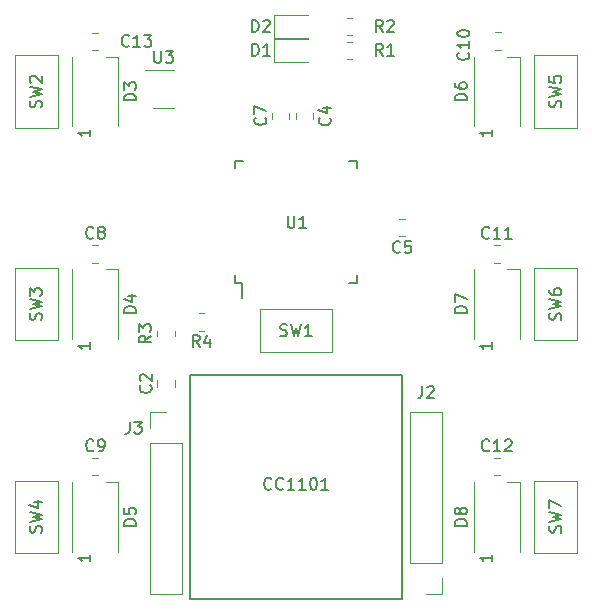
<source format=gbr>
%TF.GenerationSoftware,KiCad,Pcbnew,(5.1.9)-1*%
%TF.CreationDate,2021-04-07T03:10:53+02:00*%
%TF.ProjectId,HB-RC-6-PBU-LED,48422d52-432d-4362-9d50-42552d4c4544,rev?*%
%TF.SameCoordinates,Original*%
%TF.FileFunction,Legend,Top*%
%TF.FilePolarity,Positive*%
%FSLAX46Y46*%
G04 Gerber Fmt 4.6, Leading zero omitted, Abs format (unit mm)*
G04 Created by KiCad (PCBNEW (5.1.9)-1) date 2021-04-07 03:10:53*
%MOMM*%
%LPD*%
G01*
G04 APERTURE LIST*
%ADD10C,0.150000*%
%ADD11C,0.120000*%
G04 APERTURE END LIST*
D10*
%TO.C,U1*%
X189825000Y-73185000D02*
X190400000Y-73185000D01*
X189825000Y-62835000D02*
X190500000Y-62835000D01*
X200175000Y-62835000D02*
X199500000Y-62835000D01*
X200175000Y-73185000D02*
X199500000Y-73185000D01*
X189825000Y-73185000D02*
X189825000Y-72510000D01*
X200175000Y-73185000D02*
X200175000Y-72510000D01*
X200175000Y-62835000D02*
X200175000Y-63510000D01*
X189825000Y-62835000D02*
X189825000Y-63510000D01*
X190400000Y-73185000D02*
X190400000Y-74460000D01*
D11*
%TO.C,SW1*%
X198060000Y-79060000D02*
X191940000Y-79060000D01*
X191940000Y-79060000D02*
X191940000Y-75440000D01*
X191940000Y-75440000D02*
X198060000Y-75440000D01*
X198060000Y-75440000D02*
X198060000Y-79060000D01*
%TO.C,D2*%
X193165000Y-52460000D02*
X196025000Y-52460000D01*
X193165000Y-50540000D02*
X193165000Y-52460000D01*
X196025000Y-50540000D02*
X193165000Y-50540000D01*
%TO.C,D1*%
X193165000Y-54460000D02*
X196025000Y-54460000D01*
X193165000Y-52540000D02*
X193165000Y-54460000D01*
X196025000Y-52540000D02*
X193165000Y-52540000D01*
D10*
%TO.C,IC1*%
X204000000Y-82000000D02*
X204000000Y-100000000D01*
X204000000Y-100000000D02*
X186000000Y-100000000D01*
X186000000Y-100000000D02*
X186000000Y-81000000D01*
X186000000Y-81000000D02*
X204000000Y-81000000D01*
X204000000Y-81000000D02*
X204000000Y-82000000D01*
D11*
%TO.C,J2*%
X207330000Y-84150000D02*
X204670000Y-84150000D01*
X207330000Y-96910000D02*
X207330000Y-84150000D01*
X204670000Y-96910000D02*
X204670000Y-84150000D01*
X207330000Y-96910000D02*
X204670000Y-96910000D01*
X207330000Y-98180000D02*
X207330000Y-99510000D01*
X207330000Y-99510000D02*
X206000000Y-99510000D01*
%TO.C,J3*%
X182670000Y-84170000D02*
X184000000Y-84170000D01*
X182670000Y-85500000D02*
X182670000Y-84170000D01*
X182670000Y-86770000D02*
X185330000Y-86770000D01*
X185330000Y-86770000D02*
X185330000Y-99530000D01*
X182670000Y-86770000D02*
X182670000Y-99530000D01*
X182670000Y-99530000D02*
X185330000Y-99530000D01*
%TO.C,C13*%
X178261252Y-52015000D02*
X177738748Y-52015000D01*
X178261252Y-53485000D02*
X177738748Y-53485000D01*
%TO.C,C12*%
X212261252Y-88015000D02*
X211738748Y-88015000D01*
X212261252Y-89485000D02*
X211738748Y-89485000D01*
%TO.C,C11*%
X212261252Y-70015000D02*
X211738748Y-70015000D01*
X212261252Y-71485000D02*
X211738748Y-71485000D01*
%TO.C,C10*%
X212361252Y-51995000D02*
X211838748Y-51995000D01*
X212361252Y-53465000D02*
X211838748Y-53465000D01*
%TO.C,C9*%
X178261252Y-88015000D02*
X177738748Y-88015000D01*
X178261252Y-89485000D02*
X177738748Y-89485000D01*
%TO.C,C8*%
X178261252Y-70015000D02*
X177738748Y-70015000D01*
X178261252Y-71485000D02*
X177738748Y-71485000D01*
%TO.C,U3*%
X182850000Y-58360000D02*
X184650000Y-58360000D01*
X184650000Y-55140000D02*
X182200000Y-55140000D01*
%TO.C,SW7*%
X215190000Y-96060000D02*
X215190000Y-89940000D01*
X215190000Y-89940000D02*
X218810000Y-89940000D01*
X218810000Y-89940000D02*
X218810000Y-96060000D01*
X218810000Y-96060000D02*
X215190000Y-96060000D01*
%TO.C,SW6*%
X215190000Y-78060000D02*
X215190000Y-71940000D01*
X215190000Y-71940000D02*
X218810000Y-71940000D01*
X218810000Y-71940000D02*
X218810000Y-78060000D01*
X218810000Y-78060000D02*
X215190000Y-78060000D01*
%TO.C,SW5*%
X218810000Y-53940000D02*
X218810000Y-60060000D01*
X218810000Y-60060000D02*
X215190000Y-60060000D01*
X215190000Y-60060000D02*
X215190000Y-53940000D01*
X215190000Y-53940000D02*
X218810000Y-53940000D01*
%TO.C,SW4*%
X171190000Y-96060000D02*
X171190000Y-89940000D01*
X171190000Y-89940000D02*
X174810000Y-89940000D01*
X174810000Y-89940000D02*
X174810000Y-96060000D01*
X174810000Y-96060000D02*
X171190000Y-96060000D01*
%TO.C,SW3*%
X171190000Y-78060000D02*
X171190000Y-71940000D01*
X171190000Y-71940000D02*
X174810000Y-71940000D01*
X174810000Y-71940000D02*
X174810000Y-78060000D01*
X174810000Y-78060000D02*
X171190000Y-78060000D01*
%TO.C,SW2*%
X174810000Y-53940000D02*
X174810000Y-60060000D01*
X174810000Y-60060000D02*
X171190000Y-60060000D01*
X171190000Y-60060000D02*
X171190000Y-53940000D01*
X171190000Y-53940000D02*
X174810000Y-53940000D01*
%TO.C,R4*%
X186772936Y-75765000D02*
X187227064Y-75765000D01*
X186772936Y-77235000D02*
X187227064Y-77235000D01*
%TO.C,R3*%
X184735000Y-77272936D02*
X184735000Y-77727064D01*
X183265000Y-77272936D02*
X183265000Y-77727064D01*
%TO.C,R2*%
X199727064Y-52235000D02*
X199272936Y-52235000D01*
X199727064Y-50765000D02*
X199272936Y-50765000D01*
%TO.C,R1*%
X199727064Y-54235000D02*
X199272936Y-54235000D01*
X199727064Y-52765000D02*
X199272936Y-52765000D01*
%TO.C,D8*%
X210050000Y-95950000D02*
X210050000Y-90050000D01*
X213950000Y-95950000D02*
X213950000Y-90050000D01*
X213950000Y-90050000D02*
X212875000Y-90050000D01*
%TO.C,D5*%
X176050000Y-95950000D02*
X176050000Y-90050000D01*
X179950000Y-95950000D02*
X179950000Y-90050000D01*
X179950000Y-90050000D02*
X178875000Y-90050000D01*
%TO.C,D7*%
X210050000Y-77950000D02*
X210050000Y-72050000D01*
X213950000Y-77950000D02*
X213950000Y-72050000D01*
X213950000Y-72050000D02*
X212875000Y-72050000D01*
%TO.C,D4*%
X176050000Y-77950000D02*
X176050000Y-72050000D01*
X179950000Y-77950000D02*
X179950000Y-72050000D01*
X179950000Y-72050000D02*
X178875000Y-72050000D01*
%TO.C,D6*%
X210050000Y-59950000D02*
X210050000Y-54050000D01*
X213950000Y-59950000D02*
X213950000Y-54050000D01*
X213950000Y-54050000D02*
X212875000Y-54050000D01*
%TO.C,D3*%
X176050000Y-59950000D02*
X176050000Y-54050000D01*
X179950000Y-59950000D02*
X179950000Y-54050000D01*
X179950000Y-54050000D02*
X178875000Y-54050000D01*
%TO.C,C7*%
X192975000Y-59303752D02*
X192975000Y-58781248D01*
X194445000Y-59303752D02*
X194445000Y-58781248D01*
%TO.C,C5*%
X203701248Y-67765000D02*
X204223752Y-67765000D01*
X203701248Y-69235000D02*
X204223752Y-69235000D01*
%TO.C,C4*%
X195005000Y-59301252D02*
X195005000Y-58778748D01*
X196475000Y-59301252D02*
X196475000Y-58778748D01*
%TO.C,C2*%
X183265000Y-81973752D02*
X183265000Y-81451248D01*
X184735000Y-81973752D02*
X184735000Y-81451248D01*
%TO.C,U1*%
D10*
X194288095Y-67532380D02*
X194288095Y-68341904D01*
X194335714Y-68437142D01*
X194383333Y-68484761D01*
X194478571Y-68532380D01*
X194669047Y-68532380D01*
X194764285Y-68484761D01*
X194811904Y-68437142D01*
X194859523Y-68341904D01*
X194859523Y-67532380D01*
X195859523Y-68532380D02*
X195288095Y-68532380D01*
X195573809Y-68532380D02*
X195573809Y-67532380D01*
X195478571Y-67675238D01*
X195383333Y-67770476D01*
X195288095Y-67818095D01*
%TO.C,SW1*%
X193666666Y-77654761D02*
X193809523Y-77702380D01*
X194047619Y-77702380D01*
X194142857Y-77654761D01*
X194190476Y-77607142D01*
X194238095Y-77511904D01*
X194238095Y-77416666D01*
X194190476Y-77321428D01*
X194142857Y-77273809D01*
X194047619Y-77226190D01*
X193857142Y-77178571D01*
X193761904Y-77130952D01*
X193714285Y-77083333D01*
X193666666Y-76988095D01*
X193666666Y-76892857D01*
X193714285Y-76797619D01*
X193761904Y-76750000D01*
X193857142Y-76702380D01*
X194095238Y-76702380D01*
X194238095Y-76750000D01*
X194571428Y-76702380D02*
X194809523Y-77702380D01*
X195000000Y-76988095D01*
X195190476Y-77702380D01*
X195428571Y-76702380D01*
X196333333Y-77702380D02*
X195761904Y-77702380D01*
X196047619Y-77702380D02*
X196047619Y-76702380D01*
X195952380Y-76845238D01*
X195857142Y-76940476D01*
X195761904Y-76988095D01*
%TO.C,D2*%
X191261904Y-51952380D02*
X191261904Y-50952380D01*
X191500000Y-50952380D01*
X191642857Y-51000000D01*
X191738095Y-51095238D01*
X191785714Y-51190476D01*
X191833333Y-51380952D01*
X191833333Y-51523809D01*
X191785714Y-51714285D01*
X191738095Y-51809523D01*
X191642857Y-51904761D01*
X191500000Y-51952380D01*
X191261904Y-51952380D01*
X192214285Y-51047619D02*
X192261904Y-51000000D01*
X192357142Y-50952380D01*
X192595238Y-50952380D01*
X192690476Y-51000000D01*
X192738095Y-51047619D01*
X192785714Y-51142857D01*
X192785714Y-51238095D01*
X192738095Y-51380952D01*
X192166666Y-51952380D01*
X192785714Y-51952380D01*
%TO.C,D1*%
X191261904Y-53952380D02*
X191261904Y-52952380D01*
X191500000Y-52952380D01*
X191642857Y-53000000D01*
X191738095Y-53095238D01*
X191785714Y-53190476D01*
X191833333Y-53380952D01*
X191833333Y-53523809D01*
X191785714Y-53714285D01*
X191738095Y-53809523D01*
X191642857Y-53904761D01*
X191500000Y-53952380D01*
X191261904Y-53952380D01*
X192785714Y-53952380D02*
X192214285Y-53952380D01*
X192500000Y-53952380D02*
X192500000Y-52952380D01*
X192404761Y-53095238D01*
X192309523Y-53190476D01*
X192214285Y-53238095D01*
%TO.C,IC1*%
X192904761Y-90607142D02*
X192857142Y-90654761D01*
X192714285Y-90702380D01*
X192619047Y-90702380D01*
X192476190Y-90654761D01*
X192380952Y-90559523D01*
X192333333Y-90464285D01*
X192285714Y-90273809D01*
X192285714Y-90130952D01*
X192333333Y-89940476D01*
X192380952Y-89845238D01*
X192476190Y-89750000D01*
X192619047Y-89702380D01*
X192714285Y-89702380D01*
X192857142Y-89750000D01*
X192904761Y-89797619D01*
X193904761Y-90607142D02*
X193857142Y-90654761D01*
X193714285Y-90702380D01*
X193619047Y-90702380D01*
X193476190Y-90654761D01*
X193380952Y-90559523D01*
X193333333Y-90464285D01*
X193285714Y-90273809D01*
X193285714Y-90130952D01*
X193333333Y-89940476D01*
X193380952Y-89845238D01*
X193476190Y-89750000D01*
X193619047Y-89702380D01*
X193714285Y-89702380D01*
X193857142Y-89750000D01*
X193904761Y-89797619D01*
X194857142Y-90702380D02*
X194285714Y-90702380D01*
X194571428Y-90702380D02*
X194571428Y-89702380D01*
X194476190Y-89845238D01*
X194380952Y-89940476D01*
X194285714Y-89988095D01*
X195809523Y-90702380D02*
X195238095Y-90702380D01*
X195523809Y-90702380D02*
X195523809Y-89702380D01*
X195428571Y-89845238D01*
X195333333Y-89940476D01*
X195238095Y-89988095D01*
X196428571Y-89702380D02*
X196523809Y-89702380D01*
X196619047Y-89750000D01*
X196666666Y-89797619D01*
X196714285Y-89892857D01*
X196761904Y-90083333D01*
X196761904Y-90321428D01*
X196714285Y-90511904D01*
X196666666Y-90607142D01*
X196619047Y-90654761D01*
X196523809Y-90702380D01*
X196428571Y-90702380D01*
X196333333Y-90654761D01*
X196285714Y-90607142D01*
X196238095Y-90511904D01*
X196190476Y-90321428D01*
X196190476Y-90083333D01*
X196238095Y-89892857D01*
X196285714Y-89797619D01*
X196333333Y-89750000D01*
X196428571Y-89702380D01*
X197714285Y-90702380D02*
X197142857Y-90702380D01*
X197428571Y-90702380D02*
X197428571Y-89702380D01*
X197333333Y-89845238D01*
X197238095Y-89940476D01*
X197142857Y-89988095D01*
%TO.C,J2*%
X205666666Y-81952380D02*
X205666666Y-82666666D01*
X205619047Y-82809523D01*
X205523809Y-82904761D01*
X205380952Y-82952380D01*
X205285714Y-82952380D01*
X206095238Y-82047619D02*
X206142857Y-82000000D01*
X206238095Y-81952380D01*
X206476190Y-81952380D01*
X206571428Y-82000000D01*
X206619047Y-82047619D01*
X206666666Y-82142857D01*
X206666666Y-82238095D01*
X206619047Y-82380952D01*
X206047619Y-82952380D01*
X206666666Y-82952380D01*
%TO.C,J3*%
X180916666Y-84952380D02*
X180916666Y-85666666D01*
X180869047Y-85809523D01*
X180773809Y-85904761D01*
X180630952Y-85952380D01*
X180535714Y-85952380D01*
X181297619Y-84952380D02*
X181916666Y-84952380D01*
X181583333Y-85333333D01*
X181726190Y-85333333D01*
X181821428Y-85380952D01*
X181869047Y-85428571D01*
X181916666Y-85523809D01*
X181916666Y-85761904D01*
X181869047Y-85857142D01*
X181821428Y-85904761D01*
X181726190Y-85952380D01*
X181440476Y-85952380D01*
X181345238Y-85904761D01*
X181297619Y-85857142D01*
%TO.C,C13*%
X180857142Y-53107142D02*
X180809523Y-53154761D01*
X180666666Y-53202380D01*
X180571428Y-53202380D01*
X180428571Y-53154761D01*
X180333333Y-53059523D01*
X180285714Y-52964285D01*
X180238095Y-52773809D01*
X180238095Y-52630952D01*
X180285714Y-52440476D01*
X180333333Y-52345238D01*
X180428571Y-52250000D01*
X180571428Y-52202380D01*
X180666666Y-52202380D01*
X180809523Y-52250000D01*
X180857142Y-52297619D01*
X181809523Y-53202380D02*
X181238095Y-53202380D01*
X181523809Y-53202380D02*
X181523809Y-52202380D01*
X181428571Y-52345238D01*
X181333333Y-52440476D01*
X181238095Y-52488095D01*
X182142857Y-52202380D02*
X182761904Y-52202380D01*
X182428571Y-52583333D01*
X182571428Y-52583333D01*
X182666666Y-52630952D01*
X182714285Y-52678571D01*
X182761904Y-52773809D01*
X182761904Y-53011904D01*
X182714285Y-53107142D01*
X182666666Y-53154761D01*
X182571428Y-53202380D01*
X182285714Y-53202380D01*
X182190476Y-53154761D01*
X182142857Y-53107142D01*
%TO.C,C12*%
X211357142Y-87357142D02*
X211309523Y-87404761D01*
X211166666Y-87452380D01*
X211071428Y-87452380D01*
X210928571Y-87404761D01*
X210833333Y-87309523D01*
X210785714Y-87214285D01*
X210738095Y-87023809D01*
X210738095Y-86880952D01*
X210785714Y-86690476D01*
X210833333Y-86595238D01*
X210928571Y-86500000D01*
X211071428Y-86452380D01*
X211166666Y-86452380D01*
X211309523Y-86500000D01*
X211357142Y-86547619D01*
X212309523Y-87452380D02*
X211738095Y-87452380D01*
X212023809Y-87452380D02*
X212023809Y-86452380D01*
X211928571Y-86595238D01*
X211833333Y-86690476D01*
X211738095Y-86738095D01*
X212690476Y-86547619D02*
X212738095Y-86500000D01*
X212833333Y-86452380D01*
X213071428Y-86452380D01*
X213166666Y-86500000D01*
X213214285Y-86547619D01*
X213261904Y-86642857D01*
X213261904Y-86738095D01*
X213214285Y-86880952D01*
X212642857Y-87452380D01*
X213261904Y-87452380D01*
%TO.C,C11*%
X211357142Y-69357142D02*
X211309523Y-69404761D01*
X211166666Y-69452380D01*
X211071428Y-69452380D01*
X210928571Y-69404761D01*
X210833333Y-69309523D01*
X210785714Y-69214285D01*
X210738095Y-69023809D01*
X210738095Y-68880952D01*
X210785714Y-68690476D01*
X210833333Y-68595238D01*
X210928571Y-68500000D01*
X211071428Y-68452380D01*
X211166666Y-68452380D01*
X211309523Y-68500000D01*
X211357142Y-68547619D01*
X212309523Y-69452380D02*
X211738095Y-69452380D01*
X212023809Y-69452380D02*
X212023809Y-68452380D01*
X211928571Y-68595238D01*
X211833333Y-68690476D01*
X211738095Y-68738095D01*
X213261904Y-69452380D02*
X212690476Y-69452380D01*
X212976190Y-69452380D02*
X212976190Y-68452380D01*
X212880952Y-68595238D01*
X212785714Y-68690476D01*
X212690476Y-68738095D01*
%TO.C,C10*%
X209567142Y-53692857D02*
X209614761Y-53740476D01*
X209662380Y-53883333D01*
X209662380Y-53978571D01*
X209614761Y-54121428D01*
X209519523Y-54216666D01*
X209424285Y-54264285D01*
X209233809Y-54311904D01*
X209090952Y-54311904D01*
X208900476Y-54264285D01*
X208805238Y-54216666D01*
X208710000Y-54121428D01*
X208662380Y-53978571D01*
X208662380Y-53883333D01*
X208710000Y-53740476D01*
X208757619Y-53692857D01*
X209662380Y-52740476D02*
X209662380Y-53311904D01*
X209662380Y-53026190D02*
X208662380Y-53026190D01*
X208805238Y-53121428D01*
X208900476Y-53216666D01*
X208948095Y-53311904D01*
X208662380Y-52121428D02*
X208662380Y-52026190D01*
X208710000Y-51930952D01*
X208757619Y-51883333D01*
X208852857Y-51835714D01*
X209043333Y-51788095D01*
X209281428Y-51788095D01*
X209471904Y-51835714D01*
X209567142Y-51883333D01*
X209614761Y-51930952D01*
X209662380Y-52026190D01*
X209662380Y-52121428D01*
X209614761Y-52216666D01*
X209567142Y-52264285D01*
X209471904Y-52311904D01*
X209281428Y-52359523D01*
X209043333Y-52359523D01*
X208852857Y-52311904D01*
X208757619Y-52264285D01*
X208710000Y-52216666D01*
X208662380Y-52121428D01*
%TO.C,C9*%
X177833333Y-87357142D02*
X177785714Y-87404761D01*
X177642857Y-87452380D01*
X177547619Y-87452380D01*
X177404761Y-87404761D01*
X177309523Y-87309523D01*
X177261904Y-87214285D01*
X177214285Y-87023809D01*
X177214285Y-86880952D01*
X177261904Y-86690476D01*
X177309523Y-86595238D01*
X177404761Y-86500000D01*
X177547619Y-86452380D01*
X177642857Y-86452380D01*
X177785714Y-86500000D01*
X177833333Y-86547619D01*
X178309523Y-87452380D02*
X178500000Y-87452380D01*
X178595238Y-87404761D01*
X178642857Y-87357142D01*
X178738095Y-87214285D01*
X178785714Y-87023809D01*
X178785714Y-86642857D01*
X178738095Y-86547619D01*
X178690476Y-86500000D01*
X178595238Y-86452380D01*
X178404761Y-86452380D01*
X178309523Y-86500000D01*
X178261904Y-86547619D01*
X178214285Y-86642857D01*
X178214285Y-86880952D01*
X178261904Y-86976190D01*
X178309523Y-87023809D01*
X178404761Y-87071428D01*
X178595238Y-87071428D01*
X178690476Y-87023809D01*
X178738095Y-86976190D01*
X178785714Y-86880952D01*
%TO.C,C8*%
X177833333Y-69357142D02*
X177785714Y-69404761D01*
X177642857Y-69452380D01*
X177547619Y-69452380D01*
X177404761Y-69404761D01*
X177309523Y-69309523D01*
X177261904Y-69214285D01*
X177214285Y-69023809D01*
X177214285Y-68880952D01*
X177261904Y-68690476D01*
X177309523Y-68595238D01*
X177404761Y-68500000D01*
X177547619Y-68452380D01*
X177642857Y-68452380D01*
X177785714Y-68500000D01*
X177833333Y-68547619D01*
X178404761Y-68880952D02*
X178309523Y-68833333D01*
X178261904Y-68785714D01*
X178214285Y-68690476D01*
X178214285Y-68642857D01*
X178261904Y-68547619D01*
X178309523Y-68500000D01*
X178404761Y-68452380D01*
X178595238Y-68452380D01*
X178690476Y-68500000D01*
X178738095Y-68547619D01*
X178785714Y-68642857D01*
X178785714Y-68690476D01*
X178738095Y-68785714D01*
X178690476Y-68833333D01*
X178595238Y-68880952D01*
X178404761Y-68880952D01*
X178309523Y-68928571D01*
X178261904Y-68976190D01*
X178214285Y-69071428D01*
X178214285Y-69261904D01*
X178261904Y-69357142D01*
X178309523Y-69404761D01*
X178404761Y-69452380D01*
X178595238Y-69452380D01*
X178690476Y-69404761D01*
X178738095Y-69357142D01*
X178785714Y-69261904D01*
X178785714Y-69071428D01*
X178738095Y-68976190D01*
X178690476Y-68928571D01*
X178595238Y-68880952D01*
%TO.C,U3*%
X182998095Y-53562380D02*
X182998095Y-54371904D01*
X183045714Y-54467142D01*
X183093333Y-54514761D01*
X183188571Y-54562380D01*
X183379047Y-54562380D01*
X183474285Y-54514761D01*
X183521904Y-54467142D01*
X183569523Y-54371904D01*
X183569523Y-53562380D01*
X183950476Y-53562380D02*
X184569523Y-53562380D01*
X184236190Y-53943333D01*
X184379047Y-53943333D01*
X184474285Y-53990952D01*
X184521904Y-54038571D01*
X184569523Y-54133809D01*
X184569523Y-54371904D01*
X184521904Y-54467142D01*
X184474285Y-54514761D01*
X184379047Y-54562380D01*
X184093333Y-54562380D01*
X183998095Y-54514761D01*
X183950476Y-54467142D01*
%TO.C,SW7*%
X217404761Y-94333333D02*
X217452380Y-94190476D01*
X217452380Y-93952380D01*
X217404761Y-93857142D01*
X217357142Y-93809523D01*
X217261904Y-93761904D01*
X217166666Y-93761904D01*
X217071428Y-93809523D01*
X217023809Y-93857142D01*
X216976190Y-93952380D01*
X216928571Y-94142857D01*
X216880952Y-94238095D01*
X216833333Y-94285714D01*
X216738095Y-94333333D01*
X216642857Y-94333333D01*
X216547619Y-94285714D01*
X216500000Y-94238095D01*
X216452380Y-94142857D01*
X216452380Y-93904761D01*
X216500000Y-93761904D01*
X216452380Y-93428571D02*
X217452380Y-93190476D01*
X216738095Y-93000000D01*
X217452380Y-92809523D01*
X216452380Y-92571428D01*
X216452380Y-92285714D02*
X216452380Y-91619047D01*
X217452380Y-92047619D01*
%TO.C,SW6*%
X217404761Y-76333333D02*
X217452380Y-76190476D01*
X217452380Y-75952380D01*
X217404761Y-75857142D01*
X217357142Y-75809523D01*
X217261904Y-75761904D01*
X217166666Y-75761904D01*
X217071428Y-75809523D01*
X217023809Y-75857142D01*
X216976190Y-75952380D01*
X216928571Y-76142857D01*
X216880952Y-76238095D01*
X216833333Y-76285714D01*
X216738095Y-76333333D01*
X216642857Y-76333333D01*
X216547619Y-76285714D01*
X216500000Y-76238095D01*
X216452380Y-76142857D01*
X216452380Y-75904761D01*
X216500000Y-75761904D01*
X216452380Y-75428571D02*
X217452380Y-75190476D01*
X216738095Y-75000000D01*
X217452380Y-74809523D01*
X216452380Y-74571428D01*
X216452380Y-73761904D02*
X216452380Y-73952380D01*
X216500000Y-74047619D01*
X216547619Y-74095238D01*
X216690476Y-74190476D01*
X216880952Y-74238095D01*
X217261904Y-74238095D01*
X217357142Y-74190476D01*
X217404761Y-74142857D01*
X217452380Y-74047619D01*
X217452380Y-73857142D01*
X217404761Y-73761904D01*
X217357142Y-73714285D01*
X217261904Y-73666666D01*
X217023809Y-73666666D01*
X216928571Y-73714285D01*
X216880952Y-73761904D01*
X216833333Y-73857142D01*
X216833333Y-74047619D01*
X216880952Y-74142857D01*
X216928571Y-74190476D01*
X217023809Y-74238095D01*
%TO.C,SW5*%
X217404761Y-58333333D02*
X217452380Y-58190476D01*
X217452380Y-57952380D01*
X217404761Y-57857142D01*
X217357142Y-57809523D01*
X217261904Y-57761904D01*
X217166666Y-57761904D01*
X217071428Y-57809523D01*
X217023809Y-57857142D01*
X216976190Y-57952380D01*
X216928571Y-58142857D01*
X216880952Y-58238095D01*
X216833333Y-58285714D01*
X216738095Y-58333333D01*
X216642857Y-58333333D01*
X216547619Y-58285714D01*
X216500000Y-58238095D01*
X216452380Y-58142857D01*
X216452380Y-57904761D01*
X216500000Y-57761904D01*
X216452380Y-57428571D02*
X217452380Y-57190476D01*
X216738095Y-57000000D01*
X217452380Y-56809523D01*
X216452380Y-56571428D01*
X216452380Y-55714285D02*
X216452380Y-56190476D01*
X216928571Y-56238095D01*
X216880952Y-56190476D01*
X216833333Y-56095238D01*
X216833333Y-55857142D01*
X216880952Y-55761904D01*
X216928571Y-55714285D01*
X217023809Y-55666666D01*
X217261904Y-55666666D01*
X217357142Y-55714285D01*
X217404761Y-55761904D01*
X217452380Y-55857142D01*
X217452380Y-56095238D01*
X217404761Y-56190476D01*
X217357142Y-56238095D01*
%TO.C,SW4*%
X173404761Y-94333333D02*
X173452380Y-94190476D01*
X173452380Y-93952380D01*
X173404761Y-93857142D01*
X173357142Y-93809523D01*
X173261904Y-93761904D01*
X173166666Y-93761904D01*
X173071428Y-93809523D01*
X173023809Y-93857142D01*
X172976190Y-93952380D01*
X172928571Y-94142857D01*
X172880952Y-94238095D01*
X172833333Y-94285714D01*
X172738095Y-94333333D01*
X172642857Y-94333333D01*
X172547619Y-94285714D01*
X172500000Y-94238095D01*
X172452380Y-94142857D01*
X172452380Y-93904761D01*
X172500000Y-93761904D01*
X172452380Y-93428571D02*
X173452380Y-93190476D01*
X172738095Y-93000000D01*
X173452380Y-92809523D01*
X172452380Y-92571428D01*
X172785714Y-91761904D02*
X173452380Y-91761904D01*
X172404761Y-92000000D02*
X173119047Y-92238095D01*
X173119047Y-91619047D01*
%TO.C,SW3*%
X173404761Y-76333333D02*
X173452380Y-76190476D01*
X173452380Y-75952380D01*
X173404761Y-75857142D01*
X173357142Y-75809523D01*
X173261904Y-75761904D01*
X173166666Y-75761904D01*
X173071428Y-75809523D01*
X173023809Y-75857142D01*
X172976190Y-75952380D01*
X172928571Y-76142857D01*
X172880952Y-76238095D01*
X172833333Y-76285714D01*
X172738095Y-76333333D01*
X172642857Y-76333333D01*
X172547619Y-76285714D01*
X172500000Y-76238095D01*
X172452380Y-76142857D01*
X172452380Y-75904761D01*
X172500000Y-75761904D01*
X172452380Y-75428571D02*
X173452380Y-75190476D01*
X172738095Y-75000000D01*
X173452380Y-74809523D01*
X172452380Y-74571428D01*
X172452380Y-74285714D02*
X172452380Y-73666666D01*
X172833333Y-74000000D01*
X172833333Y-73857142D01*
X172880952Y-73761904D01*
X172928571Y-73714285D01*
X173023809Y-73666666D01*
X173261904Y-73666666D01*
X173357142Y-73714285D01*
X173404761Y-73761904D01*
X173452380Y-73857142D01*
X173452380Y-74142857D01*
X173404761Y-74238095D01*
X173357142Y-74285714D01*
%TO.C,SW2*%
X173404761Y-58333333D02*
X173452380Y-58190476D01*
X173452380Y-57952380D01*
X173404761Y-57857142D01*
X173357142Y-57809523D01*
X173261904Y-57761904D01*
X173166666Y-57761904D01*
X173071428Y-57809523D01*
X173023809Y-57857142D01*
X172976190Y-57952380D01*
X172928571Y-58142857D01*
X172880952Y-58238095D01*
X172833333Y-58285714D01*
X172738095Y-58333333D01*
X172642857Y-58333333D01*
X172547619Y-58285714D01*
X172500000Y-58238095D01*
X172452380Y-58142857D01*
X172452380Y-57904761D01*
X172500000Y-57761904D01*
X172452380Y-57428571D02*
X173452380Y-57190476D01*
X172738095Y-57000000D01*
X173452380Y-56809523D01*
X172452380Y-56571428D01*
X172547619Y-56238095D02*
X172500000Y-56190476D01*
X172452380Y-56095238D01*
X172452380Y-55857142D01*
X172500000Y-55761904D01*
X172547619Y-55714285D01*
X172642857Y-55666666D01*
X172738095Y-55666666D01*
X172880952Y-55714285D01*
X173452380Y-56285714D01*
X173452380Y-55666666D01*
%TO.C,R4*%
X186833333Y-78621152D02*
X186500000Y-78144962D01*
X186261904Y-78621152D02*
X186261904Y-77621152D01*
X186642857Y-77621152D01*
X186738095Y-77668772D01*
X186785714Y-77716391D01*
X186833333Y-77811629D01*
X186833333Y-77954486D01*
X186785714Y-78049724D01*
X186738095Y-78097343D01*
X186642857Y-78144962D01*
X186261904Y-78144962D01*
X187690476Y-77954486D02*
X187690476Y-78621152D01*
X187452380Y-77573533D02*
X187214285Y-78287819D01*
X187833333Y-78287819D01*
%TO.C,R3*%
X182702380Y-77666666D02*
X182226190Y-78000000D01*
X182702380Y-78238095D02*
X181702380Y-78238095D01*
X181702380Y-77857142D01*
X181750000Y-77761904D01*
X181797619Y-77714285D01*
X181892857Y-77666666D01*
X182035714Y-77666666D01*
X182130952Y-77714285D01*
X182178571Y-77761904D01*
X182226190Y-77857142D01*
X182226190Y-78238095D01*
X181702380Y-77333333D02*
X181702380Y-76714285D01*
X182083333Y-77047619D01*
X182083333Y-76904761D01*
X182130952Y-76809523D01*
X182178571Y-76761904D01*
X182273809Y-76714285D01*
X182511904Y-76714285D01*
X182607142Y-76761904D01*
X182654761Y-76809523D01*
X182702380Y-76904761D01*
X182702380Y-77190476D01*
X182654761Y-77285714D01*
X182607142Y-77333333D01*
%TO.C,R2*%
X202333333Y-51952380D02*
X202000000Y-51476190D01*
X201761904Y-51952380D02*
X201761904Y-50952380D01*
X202142857Y-50952380D01*
X202238095Y-51000000D01*
X202285714Y-51047619D01*
X202333333Y-51142857D01*
X202333333Y-51285714D01*
X202285714Y-51380952D01*
X202238095Y-51428571D01*
X202142857Y-51476190D01*
X201761904Y-51476190D01*
X202714285Y-51047619D02*
X202761904Y-51000000D01*
X202857142Y-50952380D01*
X203095238Y-50952380D01*
X203190476Y-51000000D01*
X203238095Y-51047619D01*
X203285714Y-51142857D01*
X203285714Y-51238095D01*
X203238095Y-51380952D01*
X202666666Y-51952380D01*
X203285714Y-51952380D01*
%TO.C,R1*%
X202333333Y-53952380D02*
X202000000Y-53476190D01*
X201761904Y-53952380D02*
X201761904Y-52952380D01*
X202142857Y-52952380D01*
X202238095Y-53000000D01*
X202285714Y-53047619D01*
X202333333Y-53142857D01*
X202333333Y-53285714D01*
X202285714Y-53380952D01*
X202238095Y-53428571D01*
X202142857Y-53476190D01*
X201761904Y-53476190D01*
X203285714Y-53952380D02*
X202714285Y-53952380D01*
X203000000Y-53952380D02*
X203000000Y-52952380D01*
X202904761Y-53095238D01*
X202809523Y-53190476D01*
X202714285Y-53238095D01*
%TO.C,D8*%
X209452380Y-93738095D02*
X208452380Y-93738095D01*
X208452380Y-93500000D01*
X208500000Y-93357142D01*
X208595238Y-93261904D01*
X208690476Y-93214285D01*
X208880952Y-93166666D01*
X209023809Y-93166666D01*
X209214285Y-93214285D01*
X209309523Y-93261904D01*
X209404761Y-93357142D01*
X209452380Y-93500000D01*
X209452380Y-93738095D01*
X208880952Y-92595238D02*
X208833333Y-92690476D01*
X208785714Y-92738095D01*
X208690476Y-92785714D01*
X208642857Y-92785714D01*
X208547619Y-92738095D01*
X208500000Y-92690476D01*
X208452380Y-92595238D01*
X208452380Y-92404761D01*
X208500000Y-92309523D01*
X208547619Y-92261904D01*
X208642857Y-92214285D01*
X208690476Y-92214285D01*
X208785714Y-92261904D01*
X208833333Y-92309523D01*
X208880952Y-92404761D01*
X208880952Y-92595238D01*
X208928571Y-92690476D01*
X208976190Y-92738095D01*
X209071428Y-92785714D01*
X209261904Y-92785714D01*
X209357142Y-92738095D01*
X209404761Y-92690476D01*
X209452380Y-92595238D01*
X209452380Y-92404761D01*
X209404761Y-92309523D01*
X209357142Y-92261904D01*
X209261904Y-92214285D01*
X209071428Y-92214285D01*
X208976190Y-92261904D01*
X208928571Y-92309523D01*
X208880952Y-92404761D01*
X211577380Y-96214285D02*
X211577380Y-96785714D01*
X211577380Y-96500000D02*
X210577380Y-96500000D01*
X210720238Y-96595238D01*
X210815476Y-96690476D01*
X210863095Y-96785714D01*
%TO.C,D5*%
X181452380Y-93738095D02*
X180452380Y-93738095D01*
X180452380Y-93500000D01*
X180500000Y-93357142D01*
X180595238Y-93261904D01*
X180690476Y-93214285D01*
X180880952Y-93166666D01*
X181023809Y-93166666D01*
X181214285Y-93214285D01*
X181309523Y-93261904D01*
X181404761Y-93357142D01*
X181452380Y-93500000D01*
X181452380Y-93738095D01*
X180452380Y-92261904D02*
X180452380Y-92738095D01*
X180928571Y-92785714D01*
X180880952Y-92738095D01*
X180833333Y-92642857D01*
X180833333Y-92404761D01*
X180880952Y-92309523D01*
X180928571Y-92261904D01*
X181023809Y-92214285D01*
X181261904Y-92214285D01*
X181357142Y-92261904D01*
X181404761Y-92309523D01*
X181452380Y-92404761D01*
X181452380Y-92642857D01*
X181404761Y-92738095D01*
X181357142Y-92785714D01*
X177577380Y-96214285D02*
X177577380Y-96785714D01*
X177577380Y-96500000D02*
X176577380Y-96500000D01*
X176720238Y-96595238D01*
X176815476Y-96690476D01*
X176863095Y-96785714D01*
%TO.C,D7*%
X209452380Y-75738095D02*
X208452380Y-75738095D01*
X208452380Y-75500000D01*
X208500000Y-75357142D01*
X208595238Y-75261904D01*
X208690476Y-75214285D01*
X208880952Y-75166666D01*
X209023809Y-75166666D01*
X209214285Y-75214285D01*
X209309523Y-75261904D01*
X209404761Y-75357142D01*
X209452380Y-75500000D01*
X209452380Y-75738095D01*
X208452380Y-74833333D02*
X208452380Y-74166666D01*
X209452380Y-74595238D01*
X211577380Y-78214285D02*
X211577380Y-78785714D01*
X211577380Y-78500000D02*
X210577380Y-78500000D01*
X210720238Y-78595238D01*
X210815476Y-78690476D01*
X210863095Y-78785714D01*
%TO.C,D4*%
X181452380Y-75738095D02*
X180452380Y-75738095D01*
X180452380Y-75500000D01*
X180500000Y-75357142D01*
X180595238Y-75261904D01*
X180690476Y-75214285D01*
X180880952Y-75166666D01*
X181023809Y-75166666D01*
X181214285Y-75214285D01*
X181309523Y-75261904D01*
X181404761Y-75357142D01*
X181452380Y-75500000D01*
X181452380Y-75738095D01*
X180785714Y-74309523D02*
X181452380Y-74309523D01*
X180404761Y-74547619D02*
X181119047Y-74785714D01*
X181119047Y-74166666D01*
X177577380Y-78214285D02*
X177577380Y-78785714D01*
X177577380Y-78500000D02*
X176577380Y-78500000D01*
X176720238Y-78595238D01*
X176815476Y-78690476D01*
X176863095Y-78785714D01*
%TO.C,D6*%
X209452380Y-57738095D02*
X208452380Y-57738095D01*
X208452380Y-57500000D01*
X208500000Y-57357142D01*
X208595238Y-57261904D01*
X208690476Y-57214285D01*
X208880952Y-57166666D01*
X209023809Y-57166666D01*
X209214285Y-57214285D01*
X209309523Y-57261904D01*
X209404761Y-57357142D01*
X209452380Y-57500000D01*
X209452380Y-57738095D01*
X208452380Y-56309523D02*
X208452380Y-56500000D01*
X208500000Y-56595238D01*
X208547619Y-56642857D01*
X208690476Y-56738095D01*
X208880952Y-56785714D01*
X209261904Y-56785714D01*
X209357142Y-56738095D01*
X209404761Y-56690476D01*
X209452380Y-56595238D01*
X209452380Y-56404761D01*
X209404761Y-56309523D01*
X209357142Y-56261904D01*
X209261904Y-56214285D01*
X209023809Y-56214285D01*
X208928571Y-56261904D01*
X208880952Y-56309523D01*
X208833333Y-56404761D01*
X208833333Y-56595238D01*
X208880952Y-56690476D01*
X208928571Y-56738095D01*
X209023809Y-56785714D01*
X211577380Y-60214285D02*
X211577380Y-60785714D01*
X211577380Y-60500000D02*
X210577380Y-60500000D01*
X210720238Y-60595238D01*
X210815476Y-60690476D01*
X210863095Y-60785714D01*
%TO.C,D3*%
X181452380Y-57738095D02*
X180452380Y-57738095D01*
X180452380Y-57500000D01*
X180500000Y-57357142D01*
X180595238Y-57261904D01*
X180690476Y-57214285D01*
X180880952Y-57166666D01*
X181023809Y-57166666D01*
X181214285Y-57214285D01*
X181309523Y-57261904D01*
X181404761Y-57357142D01*
X181452380Y-57500000D01*
X181452380Y-57738095D01*
X180452380Y-56833333D02*
X180452380Y-56214285D01*
X180833333Y-56547619D01*
X180833333Y-56404761D01*
X180880952Y-56309523D01*
X180928571Y-56261904D01*
X181023809Y-56214285D01*
X181261904Y-56214285D01*
X181357142Y-56261904D01*
X181404761Y-56309523D01*
X181452380Y-56404761D01*
X181452380Y-56690476D01*
X181404761Y-56785714D01*
X181357142Y-56833333D01*
X177577380Y-60214285D02*
X177577380Y-60785714D01*
X177577380Y-60500000D02*
X176577380Y-60500000D01*
X176720238Y-60595238D01*
X176815476Y-60690476D01*
X176863095Y-60785714D01*
%TO.C,C7*%
X192387142Y-59209166D02*
X192434761Y-59256785D01*
X192482380Y-59399642D01*
X192482380Y-59494880D01*
X192434761Y-59637738D01*
X192339523Y-59732976D01*
X192244285Y-59780595D01*
X192053809Y-59828214D01*
X191910952Y-59828214D01*
X191720476Y-59780595D01*
X191625238Y-59732976D01*
X191530000Y-59637738D01*
X191482380Y-59494880D01*
X191482380Y-59399642D01*
X191530000Y-59256785D01*
X191577619Y-59209166D01*
X191482380Y-58875833D02*
X191482380Y-58209166D01*
X192482380Y-58637738D01*
%TO.C,C5*%
X203813333Y-70557142D02*
X203765714Y-70604761D01*
X203622857Y-70652380D01*
X203527619Y-70652380D01*
X203384761Y-70604761D01*
X203289523Y-70509523D01*
X203241904Y-70414285D01*
X203194285Y-70223809D01*
X203194285Y-70080952D01*
X203241904Y-69890476D01*
X203289523Y-69795238D01*
X203384761Y-69700000D01*
X203527619Y-69652380D01*
X203622857Y-69652380D01*
X203765714Y-69700000D01*
X203813333Y-69747619D01*
X204718095Y-69652380D02*
X204241904Y-69652380D01*
X204194285Y-70128571D01*
X204241904Y-70080952D01*
X204337142Y-70033333D01*
X204575238Y-70033333D01*
X204670476Y-70080952D01*
X204718095Y-70128571D01*
X204765714Y-70223809D01*
X204765714Y-70461904D01*
X204718095Y-70557142D01*
X204670476Y-70604761D01*
X204575238Y-70652380D01*
X204337142Y-70652380D01*
X204241904Y-70604761D01*
X204194285Y-70557142D01*
%TO.C,C4*%
X197837142Y-59216666D02*
X197884761Y-59264285D01*
X197932380Y-59407142D01*
X197932380Y-59502380D01*
X197884761Y-59645238D01*
X197789523Y-59740476D01*
X197694285Y-59788095D01*
X197503809Y-59835714D01*
X197360952Y-59835714D01*
X197170476Y-59788095D01*
X197075238Y-59740476D01*
X196980000Y-59645238D01*
X196932380Y-59502380D01*
X196932380Y-59407142D01*
X196980000Y-59264285D01*
X197027619Y-59216666D01*
X197265714Y-58359523D02*
X197932380Y-58359523D01*
X196884761Y-58597619D02*
X197599047Y-58835714D01*
X197599047Y-58216666D01*
%TO.C,C2*%
X182677142Y-81879166D02*
X182724761Y-81926785D01*
X182772380Y-82069642D01*
X182772380Y-82164880D01*
X182724761Y-82307738D01*
X182629523Y-82402976D01*
X182534285Y-82450595D01*
X182343809Y-82498214D01*
X182200952Y-82498214D01*
X182010476Y-82450595D01*
X181915238Y-82402976D01*
X181820000Y-82307738D01*
X181772380Y-82164880D01*
X181772380Y-82069642D01*
X181820000Y-81926785D01*
X181867619Y-81879166D01*
X181867619Y-81498214D02*
X181820000Y-81450595D01*
X181772380Y-81355357D01*
X181772380Y-81117261D01*
X181820000Y-81022023D01*
X181867619Y-80974404D01*
X181962857Y-80926785D01*
X182058095Y-80926785D01*
X182200952Y-80974404D01*
X182772380Y-81545833D01*
X182772380Y-80926785D01*
%TD*%
M02*

</source>
